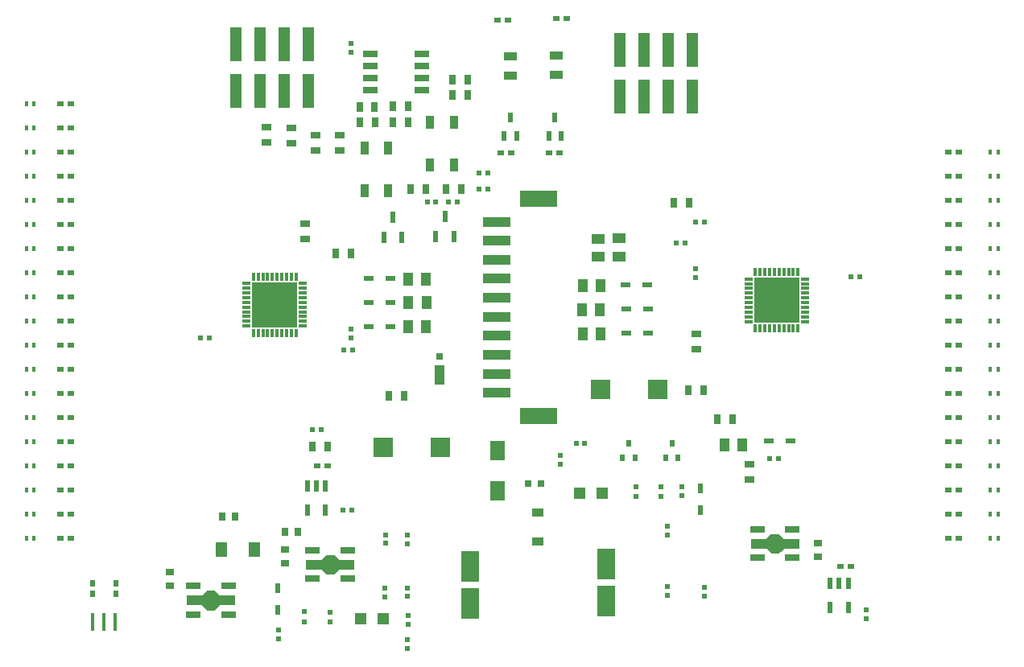
<source format=gbr>
%TF.GenerationSoftware,KiCad,Pcbnew,(6.0.6)*%
%TF.CreationDate,2023-08-16T17:32:26+09:00*%
%TF.ProjectId,TestBoard,54657374-426f-4617-9264-2e6b69636164,rev?*%
%TF.SameCoordinates,PX6c56600PY7f867c0*%
%TF.FileFunction,Paste,Top*%
%TF.FilePolarity,Positive*%
%FSLAX46Y46*%
G04 Gerber Fmt 4.6, Leading zero omitted, Abs format (unit mm)*
G04 Created by KiCad (PCBNEW (6.0.6)) date 2023-08-16 17:32:26*
%MOMM*%
%LPD*%
G01*
G04 APERTURE LIST*
%ADD10C,0.010000*%
%ADD11R,0.650000X0.700000*%
%ADD12R,0.600000X0.620000*%
%ADD13R,0.620000X0.600000*%
%ADD14R,0.750000X0.940000*%
%ADD15R,0.940000X0.750000*%
%ADD16R,0.900000X1.450000*%
%ADD17R,1.150000X1.150000*%
%ADD18R,1.200000X0.850000*%
%ADD19R,4.700000X4.700000*%
%ADD20R,0.850000X0.300000*%
%ADD21R,0.300000X0.850000*%
%ADD22R,0.800000X1.000000*%
%ADD23R,1.000000X0.800000*%
%ADD24R,1.000000X1.400000*%
%ADD25R,2.000000X2.000000*%
%ADD26R,1.100000X0.500000*%
%ADD27R,0.500000X1.100000*%
%ADD28R,1.528000X0.650000*%
%ADD29R,0.500000X1.000000*%
%ADD30R,1.270000X3.680000*%
%ADD31R,1.500000X0.700000*%
%ADD32R,5.200000X1.000000*%
%ADD33R,3.000000X1.000000*%
%ADD34R,4.000000X1.800000*%
%ADD35R,1.850000X3.250000*%
%ADD36R,0.400000X1.900000*%
%ADD37R,1.550000X2.000000*%
%ADD38R,0.500000X0.650000*%
%ADD39R,1.250000X1.500000*%
%ADD40R,0.500000X0.475000*%
%ADD41R,1.450000X0.950000*%
%ADD42R,0.800000X0.800000*%
%ADD43R,1.100000X2.000000*%
%ADD44R,0.400000X0.500000*%
%ADD45R,0.700000X0.600000*%
%ADD46R,0.600000X0.700000*%
%ADD47R,1.400000X1.000000*%
%ADD48R,0.600000X1.250000*%
%ADD49R,0.600000X1.200000*%
G04 APERTURE END LIST*
%TO.C,IC1*%
G36*
X41295000Y10760000D02*
G01*
X41295000Y10620000D01*
X39335000Y10620000D01*
X39985000Y11270000D01*
X40785000Y11270000D01*
X41295000Y10760000D01*
G37*
D10*
X41295000Y10760000D02*
X41295000Y10620000D01*
X39335000Y10620000D01*
X39985000Y11270000D01*
X40785000Y11270000D01*
X41295000Y10760000D01*
G36*
X40785000Y9280000D02*
G01*
X39985000Y9280000D01*
X39475000Y9790000D01*
X39475000Y9930000D01*
X41435000Y9930000D01*
X40785000Y9280000D01*
G37*
X40785000Y9280000D02*
X39985000Y9280000D01*
X39475000Y9790000D01*
X39475000Y9930000D01*
X41435000Y9930000D01*
X40785000Y9280000D01*
%TO.C,IC2*%
G36*
X87565000Y11500000D02*
G01*
X86765000Y11500000D01*
X86255000Y12010000D01*
X86255000Y12150000D01*
X88215000Y12150000D01*
X87565000Y11500000D01*
G37*
X87565000Y11500000D02*
X86765000Y11500000D01*
X86255000Y12010000D01*
X86255000Y12150000D01*
X88215000Y12150000D01*
X87565000Y11500000D01*
G36*
X88075000Y12980000D02*
G01*
X88075000Y12840000D01*
X86115000Y12840000D01*
X86765000Y13490000D01*
X87565000Y13490000D01*
X88075000Y12980000D01*
G37*
X88075000Y12980000D02*
X88075000Y12840000D01*
X86115000Y12840000D01*
X86765000Y13490000D01*
X87565000Y13490000D01*
X88075000Y12980000D01*
%TO.C,IC3*%
G36*
X28735000Y7000000D02*
G01*
X28735000Y6860000D01*
X26775000Y6860000D01*
X27425000Y7510000D01*
X28225000Y7510000D01*
X28735000Y7000000D01*
G37*
X28735000Y7000000D02*
X28735000Y6860000D01*
X26775000Y6860000D01*
X27425000Y7510000D01*
X28225000Y7510000D01*
X28735000Y7000000D01*
G36*
X28225000Y5520000D02*
G01*
X27425000Y5520000D01*
X26915000Y6030000D01*
X26915000Y6170000D01*
X28875000Y6170000D01*
X28225000Y5520000D01*
G37*
X28225000Y5520000D02*
X27425000Y5520000D01*
X26915000Y6030000D01*
X26915000Y6170000D01*
X28875000Y6170000D01*
X28225000Y5520000D01*
%TD*%
D11*
%TO.C,FB1*%
X62530000Y18820000D03*
X61180000Y18820000D03*
%TD*%
D12*
%TO.C,C22*%
X56950000Y51450000D03*
X56030000Y51450000D03*
%TD*%
D13*
%TO.C,C4*%
X48550000Y1470000D03*
X48550000Y2390000D03*
%TD*%
%TO.C,C5*%
X64580000Y21770000D03*
X64580000Y20850000D03*
%TD*%
D12*
%TO.C,C6*%
X67170000Y23070000D03*
X66250000Y23070000D03*
%TD*%
D13*
%TO.C,C7*%
X48500000Y12490000D03*
X48500000Y13410000D03*
%TD*%
%TO.C,C8*%
X48520000Y6910000D03*
X48520000Y7830000D03*
%TD*%
%TO.C,C9*%
X75840000Y13410000D03*
X75840000Y14330000D03*
%TD*%
%TO.C,C10*%
X75860000Y7010000D03*
X75860000Y7930000D03*
%TD*%
%TO.C,C11*%
X46210000Y12500000D03*
X46210000Y13420000D03*
%TD*%
%TO.C,C12*%
X46130000Y6850000D03*
X46130000Y7770000D03*
%TD*%
%TO.C,C19*%
X77340000Y18470000D03*
X77340000Y17550000D03*
%TD*%
%TO.C,C14*%
X79750000Y6960000D03*
X79750000Y7880000D03*
%TD*%
D12*
%TO.C,C15*%
X52870000Y48400000D03*
X53790000Y48400000D03*
%TD*%
%TO.C,C16*%
X50590000Y48400000D03*
X51510000Y48400000D03*
%TD*%
%TO.C,C17*%
X87540000Y21410000D03*
X86620000Y21410000D03*
%TD*%
%TO.C,C20*%
X56950000Y49760000D03*
X56030000Y49760000D03*
%TD*%
D13*
%TO.C,C18*%
X34990000Y2470000D03*
X34990000Y3390000D03*
%TD*%
%TO.C,C3*%
X48610000Y3970000D03*
X48610000Y4890000D03*
%TD*%
D14*
%TO.C,C21*%
X35620000Y13700000D03*
X37020000Y13700000D03*
%TD*%
%TO.C,C26*%
X28995000Y15360000D03*
X30395000Y15360000D03*
%TD*%
D15*
%TO.C,C25*%
X91715000Y12520000D03*
X91715000Y11120000D03*
%TD*%
%TO.C,C24*%
X23570000Y9490000D03*
X23570000Y8090000D03*
%TD*%
%TO.C,C23*%
X35645000Y10440000D03*
X35645000Y11840000D03*
%TD*%
D16*
%TO.C,FL2*%
X50885000Y52350000D03*
X50885000Y56800000D03*
X53385000Y56800000D03*
X53385000Y52350000D03*
%TD*%
%TO.C,FL1*%
X44015000Y49660000D03*
X44015000Y54110000D03*
X46515000Y54110000D03*
X46515000Y49660000D03*
%TD*%
D17*
%TO.C,R2*%
X69000000Y17760000D03*
X66650000Y17760000D03*
%TD*%
%TO.C,R1*%
X43640000Y4550000D03*
X45990000Y4550000D03*
%TD*%
D18*
%TO.C,Z1*%
X62225000Y12730000D03*
X62225000Y15780000D03*
%TD*%
D19*
%TO.C,IC6*%
X34565000Y37625000D03*
D20*
X37515000Y39875000D03*
X37515000Y39375000D03*
X37515000Y38875000D03*
X37515000Y38375000D03*
X37515000Y37875000D03*
X37515000Y37375000D03*
X37515000Y36875000D03*
X37515000Y36375000D03*
X37515000Y35875000D03*
X37515000Y35375000D03*
D21*
X36815000Y34675000D03*
X36315000Y34675000D03*
X35815000Y34675000D03*
X35315000Y34675000D03*
X34815000Y34675000D03*
X34315000Y34675000D03*
X33815000Y34675000D03*
X33315000Y34675000D03*
X32815000Y34675000D03*
X32315000Y34675000D03*
D20*
X31615000Y35375000D03*
X31615000Y35875000D03*
X31615000Y36375000D03*
X31615000Y36875000D03*
X31615000Y37375000D03*
X31615000Y37875000D03*
X31615000Y38375000D03*
X31615000Y38875000D03*
X31615000Y39375000D03*
X31615000Y39875000D03*
D21*
X32315000Y40575000D03*
X32815000Y40575000D03*
X33315000Y40575000D03*
X33815000Y40575000D03*
X34315000Y40575000D03*
X34815000Y40575000D03*
X35315000Y40575000D03*
X35815000Y40575000D03*
X36315000Y40575000D03*
X36815000Y40575000D03*
%TD*%
%TO.C,IC5*%
X85105000Y35135000D03*
X85605000Y35135000D03*
X86105000Y35135000D03*
X86605000Y35135000D03*
X87105000Y35135000D03*
X87605000Y35135000D03*
X88105000Y35135000D03*
X88605000Y35135000D03*
X89105000Y35135000D03*
X89605000Y35135000D03*
D20*
X90305000Y35835000D03*
X90305000Y36335000D03*
X90305000Y36835000D03*
X90305000Y37335000D03*
X90305000Y37835000D03*
X90305000Y38335000D03*
X90305000Y38835000D03*
X90305000Y39335000D03*
X90305000Y39835000D03*
X90305000Y40335000D03*
D21*
X89605000Y41035000D03*
X89105000Y41035000D03*
X88605000Y41035000D03*
X88105000Y41035000D03*
X87605000Y41035000D03*
X87105000Y41035000D03*
X86605000Y41035000D03*
X86105000Y41035000D03*
X85605000Y41035000D03*
X85105000Y41035000D03*
D20*
X84405000Y40335000D03*
X84405000Y39835000D03*
X84405000Y39335000D03*
X84405000Y38835000D03*
X84405000Y38335000D03*
X84405000Y37835000D03*
X84405000Y37335000D03*
X84405000Y36835000D03*
X84405000Y36335000D03*
X84405000Y35835000D03*
D19*
X87355000Y38085000D03*
%TD*%
D22*
%TO.C,R11*%
X46980000Y56860000D03*
X48580000Y56860000D03*
%TD*%
%TO.C,R12*%
X43530000Y56780000D03*
X45130000Y56780000D03*
%TD*%
%TO.C,R13*%
X46970000Y58470000D03*
X48570000Y58470000D03*
%TD*%
%TO.C,R14*%
X45080000Y58450000D03*
X43480000Y58450000D03*
%TD*%
%TO.C,R16*%
X53290000Y59660000D03*
X54890000Y59660000D03*
%TD*%
D23*
%TO.C,R17*%
X38840000Y53860000D03*
X38840000Y55460000D03*
%TD*%
%TO.C,R18*%
X41420000Y53890000D03*
X41420000Y55490000D03*
%TD*%
D22*
%TO.C,R19*%
X76550000Y48350000D03*
X78150000Y48350000D03*
%TD*%
%TO.C,R20*%
X82700000Y25590000D03*
X81100000Y25590000D03*
%TD*%
%TO.C,R21*%
X48140000Y28070000D03*
X46540000Y28070000D03*
%TD*%
D23*
%TO.C,R22*%
X36330000Y54650000D03*
X36330000Y56250000D03*
%TD*%
%TO.C,R23*%
X33720000Y54690000D03*
X33720000Y56290000D03*
%TD*%
D22*
%TO.C,R24*%
X79650000Y28660000D03*
X78050000Y28660000D03*
%TD*%
D23*
%TO.C,R25*%
X37790000Y44540000D03*
X37790000Y46140000D03*
%TD*%
D22*
%TO.C,R26*%
X40090000Y22680000D03*
X38490000Y22680000D03*
%TD*%
%TO.C,R28*%
X42590000Y43030000D03*
X40990000Y43030000D03*
%TD*%
D23*
%TO.C,R27*%
X78940000Y32920000D03*
X78940000Y34520000D03*
%TD*%
D22*
%TO.C,R15*%
X53290000Y61280000D03*
X54890000Y61280000D03*
%TD*%
D23*
%TO.C,R7*%
X84490000Y20840000D03*
X84490000Y19240000D03*
%TD*%
D22*
%TO.C,R9*%
X52550000Y49760000D03*
X54150000Y49760000D03*
%TD*%
%TO.C,R10*%
X48840000Y49770000D03*
X50440000Y49770000D03*
%TD*%
D24*
%TO.C,R5*%
X83760000Y22880000D03*
X81860000Y22880000D03*
%TD*%
D25*
%TO.C,S2*%
X45975000Y22635000D03*
X51975000Y22635000D03*
%TD*%
%TO.C,S1*%
X74815000Y28735000D03*
X68815000Y28735000D03*
%TD*%
D26*
%TO.C,Z10*%
X44425000Y35350000D03*
X46725000Y35350000D03*
%TD*%
%TO.C,Z9*%
X44445000Y37860000D03*
X46745000Y37860000D03*
%TD*%
%TO.C,Z8*%
X73775000Y39730000D03*
X71475000Y39730000D03*
%TD*%
%TO.C,Z7*%
X44435000Y40370000D03*
X46735000Y40370000D03*
%TD*%
%TO.C,Z6*%
X73815000Y37150000D03*
X71515000Y37150000D03*
%TD*%
%TO.C,Z5*%
X73825000Y34620000D03*
X71525000Y34620000D03*
%TD*%
D27*
%TO.C,Z4*%
X79335000Y18330000D03*
X79335000Y16030000D03*
%TD*%
%TO.C,Z3*%
X34905000Y7820000D03*
X34905000Y5520000D03*
%TD*%
D26*
%TO.C,Z2*%
X88825000Y23330000D03*
X86525000Y23330000D03*
%TD*%
D28*
%TO.C,IC4*%
X50026000Y64055000D03*
X50026000Y62785000D03*
X50026000Y61515000D03*
X50026000Y60245000D03*
X44604000Y60245000D03*
X44604000Y61515000D03*
X44604000Y62785000D03*
X44604000Y64055000D03*
%TD*%
D29*
%TO.C,Q1*%
X64025000Y57315000D03*
X64675000Y55415000D03*
X63375000Y55415000D03*
%TD*%
%TO.C,Q2*%
X59335000Y57305000D03*
X59985000Y55405000D03*
X58685000Y55405000D03*
%TD*%
D30*
%TO.C,J2*%
X30460000Y60100000D03*
X30460000Y65050000D03*
X33000000Y60100000D03*
X33000000Y65050000D03*
X35540000Y60100000D03*
X35540000Y65050000D03*
X38080000Y60100000D03*
X38080000Y65050000D03*
%TD*%
%TO.C,J1*%
X70860000Y59530000D03*
X70860000Y64480000D03*
X73400000Y59530000D03*
X73400000Y64480000D03*
X75940000Y59530000D03*
X75940000Y64480000D03*
X78480000Y59530000D03*
X78480000Y64480000D03*
%TD*%
D31*
%TO.C,IC1*%
X38560000Y11770000D03*
X38560000Y8790000D03*
X42240000Y8790000D03*
D32*
X40385000Y10280000D03*
D31*
X42240000Y11770000D03*
%TD*%
%TO.C,IC2*%
X88990000Y11000000D03*
X88990000Y13980000D03*
X85310000Y13980000D03*
D32*
X87165000Y12490000D03*
D31*
X85310000Y11000000D03*
%TD*%
%TO.C,IC3*%
X26000000Y8010000D03*
X26000000Y5030000D03*
X29680000Y5030000D03*
D32*
X27825000Y6520000D03*
D31*
X29680000Y8010000D03*
%TD*%
D33*
%TO.C,U1*%
X57905000Y46355000D03*
X57905000Y44355000D03*
X57905000Y42355000D03*
X57905000Y40355000D03*
X57905000Y38355000D03*
X57905000Y36355000D03*
X57905000Y34355000D03*
X57905000Y32355000D03*
X57905000Y30355000D03*
X57905000Y28355000D03*
D34*
X62305000Y25955000D03*
X62305000Y48755000D03*
%TD*%
D35*
%TO.C,C2*%
X69385000Y10330000D03*
X69385000Y6430000D03*
%TD*%
%TO.C,C1*%
X55150000Y10075000D03*
X55150000Y6175000D03*
%TD*%
D12*
%TO.C,U14*%
X78850000Y46320000D03*
X79770000Y46320000D03*
%TD*%
%TO.C,U13*%
X41720000Y16050000D03*
X42640000Y16050000D03*
%TD*%
%TO.C,U23*%
X27690000Y34160000D03*
X26770000Y34160000D03*
%TD*%
D13*
%TO.C,U9*%
X96760000Y5470000D03*
X96760000Y4550000D03*
%TD*%
%TO.C,U12*%
X42560000Y65110000D03*
X42560000Y64190000D03*
%TD*%
D12*
%TO.C,U17*%
X38520000Y24460000D03*
X39440000Y24460000D03*
%TD*%
%TO.C,U22*%
X95140000Y40540000D03*
X96060000Y40540000D03*
%TD*%
%TO.C,U21*%
X41860000Y32860000D03*
X42780000Y32860000D03*
%TD*%
%TO.C,U20*%
X77750000Y44160000D03*
X76830000Y44160000D03*
%TD*%
D13*
%TO.C,U19*%
X42610000Y35080000D03*
X42610000Y34160000D03*
%TD*%
%TO.C,U18*%
X78820000Y40500000D03*
X78820000Y41420000D03*
%TD*%
D36*
%TO.C,U70*%
X15375000Y4245000D03*
X16575000Y4245000D03*
X17775000Y4245000D03*
%TD*%
D37*
%TO.C,U2*%
X58000000Y18060000D03*
X58000000Y22260000D03*
%TD*%
D38*
%TO.C,U5*%
X76975000Y21510000D03*
X75675000Y21510000D03*
X76325000Y23060000D03*
%TD*%
%TO.C,U7*%
X72435000Y21510000D03*
X71135000Y21510000D03*
X71785000Y23060000D03*
%TD*%
D39*
%TO.C,U8*%
X32410000Y11820000D03*
X28960000Y11820000D03*
%TD*%
D40*
%TO.C,R8*%
X75162500Y18452500D03*
X75162500Y17427500D03*
%TD*%
%TO.C,R6*%
X37712500Y4277500D03*
X37712500Y5302500D03*
%TD*%
%TO.C,R3*%
X40352500Y4257500D03*
X40352500Y5282500D03*
%TD*%
%TO.C,R4*%
X72542500Y18482500D03*
X72542500Y17457500D03*
%TD*%
D41*
%TO.C,LED1*%
X64155000Y61815000D03*
X64155000Y63815000D03*
%TD*%
%TO.C,LED2*%
X59375000Y61765000D03*
X59375000Y63765000D03*
%TD*%
D42*
%TO.C,U3*%
X51915000Y32145000D03*
D43*
X51915000Y30245000D03*
%TD*%
D44*
%TO.C,U74*%
X110645000Y48580000D03*
X109845000Y48580000D03*
%TD*%
%TO.C,U72*%
X110645000Y53660000D03*
X109845000Y53660000D03*
%TD*%
%TO.C,U71*%
X110645000Y15560000D03*
X109845000Y15560000D03*
%TD*%
%TO.C,U73*%
X110645000Y51120000D03*
X109845000Y51120000D03*
%TD*%
%TO.C,U106*%
X9235000Y58723800D03*
X8435000Y58723800D03*
%TD*%
%TO.C,U105*%
X9235000Y56183800D03*
X8435000Y56183800D03*
%TD*%
%TO.C,U104*%
X8435000Y53643800D03*
X9235000Y53643800D03*
%TD*%
%TO.C,U103*%
X8435000Y51103800D03*
X9235000Y51103800D03*
%TD*%
%TO.C,U102*%
X8435000Y48563800D03*
X9235000Y48563800D03*
%TD*%
%TO.C,U101*%
X8435000Y46023800D03*
X9235000Y46023800D03*
%TD*%
%TO.C,U100*%
X8435000Y43483800D03*
X9235000Y43483800D03*
%TD*%
%TO.C,U99*%
X8435000Y40943800D03*
X9235000Y40943800D03*
%TD*%
%TO.C,U98*%
X8435000Y38403800D03*
X9235000Y38403800D03*
%TD*%
%TO.C,U97*%
X8435000Y35863800D03*
X9235000Y35863800D03*
%TD*%
%TO.C,U96*%
X8435000Y33323800D03*
X9235000Y33323800D03*
%TD*%
%TO.C,U95*%
X9235000Y30783800D03*
X8435000Y30783800D03*
%TD*%
%TO.C,U94*%
X8435000Y28243800D03*
X9235000Y28243800D03*
%TD*%
%TO.C,U93*%
X8435000Y25703800D03*
X9235000Y25703800D03*
%TD*%
%TO.C,U92*%
X8435000Y23163800D03*
X9235000Y23163800D03*
%TD*%
%TO.C,U91*%
X8435000Y20623800D03*
X9235000Y20623800D03*
%TD*%
%TO.C,U90*%
X8435000Y18083800D03*
X9235000Y18083800D03*
%TD*%
%TO.C,U89*%
X8435000Y15543800D03*
X9235000Y15543800D03*
%TD*%
%TO.C,U88*%
X8435000Y13003800D03*
X9235000Y13003800D03*
%TD*%
%TO.C,U87*%
X110645000Y13020000D03*
X109845000Y13020000D03*
%TD*%
%TO.C,U86*%
X109845000Y18100000D03*
X110645000Y18100000D03*
%TD*%
%TO.C,U85*%
X109845000Y20640000D03*
X110645000Y20640000D03*
%TD*%
%TO.C,U84*%
X109845000Y23180000D03*
X110645000Y23180000D03*
%TD*%
%TO.C,U83*%
X109845000Y25720000D03*
X110645000Y25720000D03*
%TD*%
%TO.C,U82*%
X109845000Y28260000D03*
X110645000Y28260000D03*
%TD*%
%TO.C,U81*%
X109845000Y30800000D03*
X110645000Y30800000D03*
%TD*%
%TO.C,U80*%
X109845000Y33340000D03*
X110645000Y33340000D03*
%TD*%
%TO.C,U79*%
X110645000Y35880000D03*
X109845000Y35880000D03*
%TD*%
%TO.C,U78*%
X110645000Y38420000D03*
X109845000Y38420000D03*
%TD*%
%TO.C,U77*%
X110645000Y40960000D03*
X109845000Y40960000D03*
%TD*%
%TO.C,U76*%
X110645000Y43500000D03*
X109845000Y43500000D03*
%TD*%
%TO.C,U75*%
X110645000Y46040000D03*
X109845000Y46040000D03*
%TD*%
D45*
%TO.C,U110*%
X57960000Y67590000D03*
X59060000Y67590000D03*
%TD*%
%TO.C,U109*%
X65290000Y67700000D03*
X64190000Y67700000D03*
%TD*%
%TO.C,U108*%
X59410000Y53580000D03*
X58310000Y53580000D03*
%TD*%
%TO.C,U107*%
X64510000Y53590000D03*
X63410000Y53590000D03*
%TD*%
%TO.C,U69*%
X13110000Y58723800D03*
X12010000Y58723800D03*
%TD*%
%TO.C,U68*%
X13110000Y56183800D03*
X12010000Y56183800D03*
%TD*%
%TO.C,U67*%
X12010000Y53643800D03*
X13110000Y53643800D03*
%TD*%
%TO.C,U66*%
X12010000Y51103800D03*
X13110000Y51103800D03*
%TD*%
%TO.C,U65*%
X12010000Y48563800D03*
X13110000Y48563800D03*
%TD*%
%TO.C,U64*%
X12010000Y46023800D03*
X13110000Y46023800D03*
%TD*%
%TO.C,U63*%
X12010000Y43483800D03*
X13110000Y43483800D03*
%TD*%
%TO.C,U62*%
X12010000Y40943800D03*
X13110000Y40943800D03*
%TD*%
%TO.C,U61*%
X12010000Y38403800D03*
X13110000Y38403800D03*
%TD*%
%TO.C,U60*%
X12010000Y35863800D03*
X13110000Y35863800D03*
%TD*%
%TO.C,U59*%
X12010000Y33323800D03*
X13110000Y33323800D03*
%TD*%
%TO.C,U58*%
X13110000Y30783800D03*
X12010000Y30783800D03*
%TD*%
%TO.C,U57*%
X12010000Y28243800D03*
X13110000Y28243800D03*
%TD*%
%TO.C,U56*%
X12010000Y25703800D03*
X13110000Y25703800D03*
%TD*%
%TO.C,U55*%
X12010000Y23163800D03*
X13110000Y23163800D03*
%TD*%
%TO.C,U54*%
X12010000Y20623800D03*
X13110000Y20623800D03*
%TD*%
%TO.C,U53*%
X12010000Y18083800D03*
X13110000Y18083800D03*
%TD*%
%TO.C,U52*%
X13110000Y15543800D03*
X12010000Y15543800D03*
%TD*%
%TO.C,U51*%
X12010000Y13003800D03*
X13110000Y13003800D03*
%TD*%
%TO.C,U50*%
X106540000Y13020000D03*
X105440000Y13020000D03*
%TD*%
%TO.C,U49*%
X106540000Y18100000D03*
X105440000Y18100000D03*
%TD*%
%TO.C,U48*%
X106540000Y20640000D03*
X105440000Y20640000D03*
%TD*%
%TO.C,U47*%
X106540000Y23180000D03*
X105440000Y23180000D03*
%TD*%
%TO.C,U46*%
X106540000Y25720000D03*
X105440000Y25720000D03*
%TD*%
%TO.C,U45*%
X106540000Y28260000D03*
X105440000Y28260000D03*
%TD*%
%TO.C,U44*%
X105440000Y30800000D03*
X106540000Y30800000D03*
%TD*%
%TO.C,U43*%
X105440000Y33340000D03*
X106540000Y33340000D03*
%TD*%
%TO.C,U42*%
X105440000Y35880000D03*
X106540000Y35880000D03*
%TD*%
%TO.C,U41*%
X105440000Y38420000D03*
X106540000Y38420000D03*
%TD*%
%TO.C,U40*%
X105440000Y40960000D03*
X106540000Y40960000D03*
%TD*%
%TO.C,U39*%
X105440000Y43500000D03*
X106540000Y43500000D03*
%TD*%
%TO.C,U38*%
X105440000Y46040000D03*
X106540000Y46040000D03*
%TD*%
%TO.C,U37*%
X105440000Y48580000D03*
X106540000Y48580000D03*
%TD*%
%TO.C,U36*%
X106540000Y51120000D03*
X105440000Y51120000D03*
%TD*%
%TO.C,U35*%
X106540000Y15560000D03*
X105440000Y15560000D03*
%TD*%
%TO.C,U34*%
X106540000Y53660000D03*
X105440000Y53660000D03*
%TD*%
D46*
%TO.C,U33*%
X15370000Y8280000D03*
X15370000Y7180000D03*
%TD*%
%TO.C,U32*%
X17900000Y7220000D03*
X17900000Y8320000D03*
%TD*%
D45*
%TO.C,U16*%
X40170000Y20650000D03*
X39070000Y20650000D03*
%TD*%
%TO.C,U11*%
X95150000Y10070000D03*
X94050000Y10070000D03*
%TD*%
D24*
%TO.C,U29*%
X50520000Y37870000D03*
X48620000Y37870000D03*
%TD*%
%TO.C,U28*%
X68760000Y37070000D03*
X66860000Y37070000D03*
%TD*%
%TO.C,U27*%
X68850000Y34580000D03*
X66950000Y34580000D03*
%TD*%
%TO.C,U26*%
X48590000Y40280000D03*
X50490000Y40280000D03*
%TD*%
D47*
%TO.C,U25*%
X70780000Y44590000D03*
X70780000Y42690000D03*
%TD*%
%TO.C,U24*%
X68580000Y42670000D03*
X68580000Y44570000D03*
%TD*%
D24*
%TO.C,U31*%
X50500000Y35330000D03*
X48600000Y35330000D03*
%TD*%
%TO.C,U30*%
X68860000Y39670000D03*
X66960000Y39670000D03*
%TD*%
D48*
%TO.C,U6*%
X51510000Y44775000D03*
X53410000Y44775000D03*
X52460000Y46875000D03*
%TD*%
%TO.C,U4*%
X46055000Y44720000D03*
X47955000Y44720000D03*
X47005000Y46820000D03*
%TD*%
D49*
%TO.C,U10*%
X94880000Y8290000D03*
X93930000Y8290000D03*
X92980000Y8290000D03*
X92980000Y5790000D03*
X94880000Y5790000D03*
%TD*%
%TO.C,U15*%
X39900000Y18540000D03*
X38950000Y18540000D03*
X38000000Y18540000D03*
X38000000Y16040000D03*
X39900000Y16040000D03*
%TD*%
M02*

</source>
